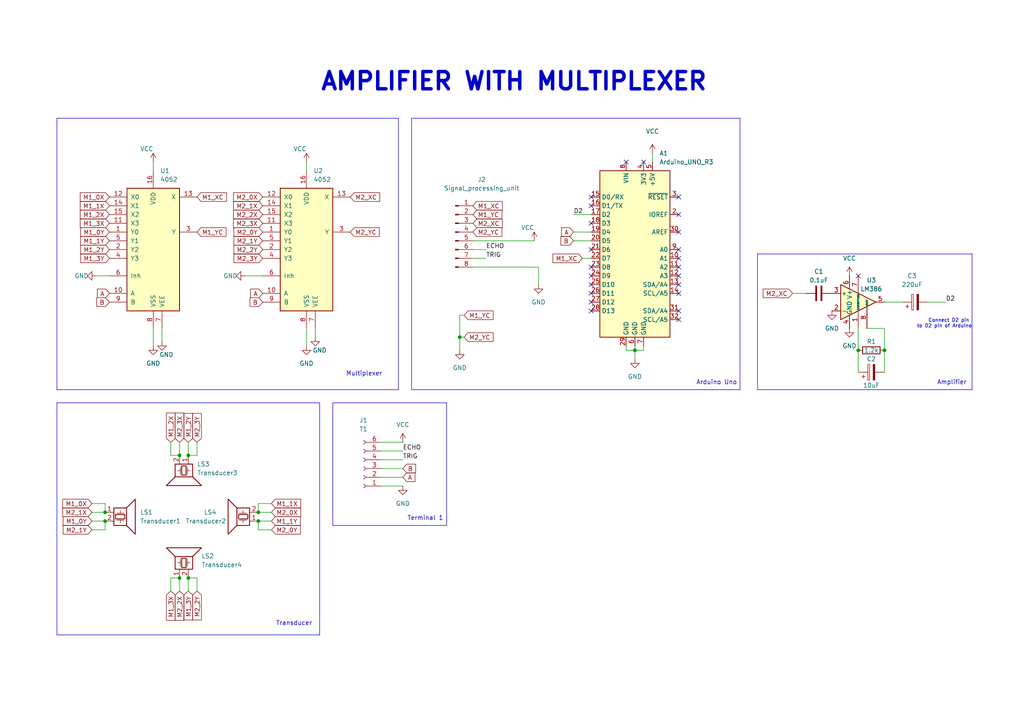
<source format=kicad_sch>
(kicad_sch (version 20230121) (generator eeschema)
  (paper "A4")
  (lib_symbols
    (symbol "4xxx:4052" (pin_names (offset 1.016))
      (property "Reference" "U" (at -7.62 19.05 0))
      (property "Value" "4052" (at -7.62 -19.05 0))
      (symbol "4052_1_0"
        (pin passive line (at -12.7 5.08 0) (length 5.08) (name "Y0") (number "1"))
        (pin input line (at -12.7 -12.7 0) (length 5.08) (name "A") (number "10"))
        (pin passive line (at -12.7 7.62 0) (length 5.08) (name "X3") (number "11"))
        (pin passive line (at -12.7 15.24 0) (length 5.08) (name "X0") (number "12"))
        (pin passive line (at 12.7 15.24 180) (length 5.08) (name "X") (number "13"))
        (pin passive line (at -12.7 12.7 0) (length 5.08) (name "X1") (number "14"))
        (pin passive line (at -12.7 10.16 0) (length 5.08) (name "X2") (number "15"))
        (pin power_in line (at 0 22.86 270) (length 5.08) (name "VDD") (number "16"))
        (pin passive line (at -12.7 0 0) (length 5.08) (name "Y2") (number "2"))
        (pin passive line (at 12.7 5.08 180) (length 5.08) (name "Y") (number "3"))
        (pin passive line (at -12.7 -2.54 0) (length 5.08) (name "Y3") (number "4"))
        (pin passive line (at -12.7 2.54 0) (length 5.08) (name "Y1") (number "5"))
        (pin input line (at -12.7 -7.62 0) (length 5.08) (name "Inh") (number "6"))
        (pin power_in line (at 2.54 -22.86 90) (length 5.08) (name "VEE") (number "7"))
        (pin power_in line (at 0 -22.86 90) (length 5.08) (name "VSS") (number "8"))
        (pin input line (at -12.7 -15.24 0) (length 5.08) (name "B") (number "9"))
      )
      (symbol "4052_1_1"
        (rectangle (start -7.62 17.78) (end 7.62 -17.78) (stroke (width 0.254)) (fill (type background)))
      )
    )
    (symbol "Amplifier_Audio:LM386" (pin_names (offset 0.127))
      (property "Reference" "U" (at 1.27 7.62 0))
      (property "Value" "LM386" (at 1.27 5.08 0))
      (symbol "LM386_0_1"
        (polyline (pts (xy 5.08 0) (xy -5.08 5.08) (xy -5.08 -5.08) (xy 5.08 0)) (stroke (width 0.254)) (fill (type background)))
      )
      (symbol "LM386_1_1"
        (pin input line (at 0 -7.62 90) (length 5.08) (name "GAIN") (number "1"))
        (pin input line (at -7.62 -2.54 0) (length 2.54) (name "-") (number "2"))
        (pin input line (at -7.62 2.54 0) (length 2.54) (name "+") (number "3"))
        (pin power_in line (at -2.54 -7.62 90) (length 3.81) (name "GND") (number "4"))
        (pin output line (at 7.62 0 180) (length 2.54) (name "~") (number "5"))
        (pin power_in line (at -2.54 7.62 270) (length 3.81) (name "V+") (number "6"))
        (pin input line (at 0 7.62 270) (length 5.08) (name "BYPASS") (number "7"))
        (pin input line (at 2.54 -7.62 90) (length 6.35) (name "GAIN") (number "8"))
      )
    )
    (symbol "Connector:Conn_01x06_Female" (pin_names (offset 1.016) hide)
      (property "Reference" "J" (at 0 7.62 0))
      (property "Value" "Conn_01x06_Female" (at 0 -10.16 0))
      (symbol "Conn_01x06_Female_1_1"
        (arc (start 0 -7.112) (mid -0.5058 -7.62) (end 0 -8.128) (stroke (width 0.1524)))
        (arc (start 0 -4.572) (mid -0.5058 -5.08) (end 0 -5.588) (stroke (width 0.1524)))
        (arc (start 0 -2.032) (mid -0.5058 -2.54) (end 0 -3.048) (stroke (width 0.1524)))
        (polyline (pts (xy -1.27 -7.62) (xy -0.508 -7.62)) (stroke (width 0.1524)))
        (polyline (pts (xy -1.27 -5.08) (xy -0.508 -5.08)) (stroke (width 0.1524)))
        (polyline (pts (xy -1.27 -2.54) (xy -0.508 -2.54)) (stroke (width 0.1524)))
        (polyline (pts (xy -1.27 0) (xy -0.508 0)) (stroke (width 0.1524)))
        (polyline (pts (xy -1.27 2.54) (xy -0.508 2.54)) (stroke (width 0.1524)))
        (polyline (pts (xy -1.27 5.08) (xy -0.508 5.08)) (stroke (width 0.1524)))
        (arc (start 0 0.508) (mid -0.5058 0) (end 0 -0.508) (stroke (width 0.1524)))
        (arc (start 0 3.048) (mid -0.5058 2.54) (end 0 2.032) (stroke (width 0.1524)))
        (arc (start 0 5.588) (mid -0.5058 5.08) (end 0 4.572) (stroke (width 0.1524)))
        (pin passive line (at -5.08 5.08 0) (length 3.81) (name "Pin_1") (number "1"))
        (pin passive line (at -5.08 2.54 0) (length 3.81) (name "Pin_2") (number "2"))
        (pin passive line (at -5.08 0 0) (length 3.81) (name "Pin_3") (number "3"))
        (pin passive line (at -5.08 -2.54 0) (length 3.81) (name "Pin_4") (number "4"))
        (pin passive line (at -5.08 -5.08 0) (length 3.81) (name "Pin_5") (number "5"))
        (pin passive line (at -5.08 -7.62 0) (length 3.81) (name "Pin_6") (number "6"))
      )
    )
    (symbol "Connector:Conn_01x08_Male" (pin_names (offset 1.016) hide)
      (property "Reference" "J" (at 0 10.16 0))
      (property "Value" "Conn_01x08_Male" (at 0 -12.7 0))
      (symbol "Conn_01x08_Male_1_1"
        (polyline (pts (xy 1.27 -10.16) (xy 0.8636 -10.16)) (stroke (width 0.1524)))
        (polyline (pts (xy 1.27 -7.62) (xy 0.8636 -7.62)) (stroke (width 0.1524)))
        (polyline (pts (xy 1.27 -5.08) (xy 0.8636 -5.08)) (stroke (width 0.1524)))
        (polyline (pts (xy 1.27 -2.54) (xy 0.8636 -2.54)) (stroke (width 0.1524)))
        (polyline (pts (xy 1.27 0) (xy 0.8636 0)) (stroke (width 0.1524)))
        (polyline (pts (xy 1.27 2.54) (xy 0.8636 2.54)) (stroke (width 0.1524)))
        (polyline (pts (xy 1.27 5.08) (xy 0.8636 5.08)) (stroke (width 0.1524)))
        (polyline (pts (xy 1.27 7.62) (xy 0.8636 7.62)) (stroke (width 0.1524)))
        (rectangle (start 0.8636 -10.033) (end 0 -10.287) (stroke (width 0.1524)) (fill (type outline)))
        (rectangle (start 0.8636 -7.493) (end 0 -7.747) (stroke (width 0.1524)) (fill (type outline)))
        (rectangle (start 0.8636 -4.953) (end 0 -5.207) (stroke (width 0.1524)) (fill (type outline)))
        (rectangle (start 0.8636 -2.413) (end 0 -2.667) (stroke (width 0.1524)) (fill (type outline)))
        (rectangle (start 0.8636 0.127) (end 0 -0.127) (stroke (width 0.1524)) (fill (type outline)))
        (rectangle (start 0.8636 2.667) (end 0 2.413) (stroke (width 0.1524)) (fill (type outline)))
        (rectangle (start 0.8636 5.207) (end 0 4.953) (stroke (width 0.1524)) (fill (type outline)))
        (rectangle (start 0.8636 7.747) (end 0 7.493) (stroke (width 0.1524)) (fill (type outline)))
        (pin passive line (at 5.08 7.62 180) (length 3.81) (name "Pin_1") (number "1"))
        (pin passive line (at 5.08 5.08 180) (length 3.81) (name "Pin_2") (number "2"))
        (pin passive line (at 5.08 2.54 180) (length 3.81) (name "Pin_3") (number "3"))
        (pin passive line (at 5.08 0 180) (length 3.81) (name "Pin_4") (number "4"))
        (pin passive line (at 5.08 -2.54 180) (length 3.81) (name "Pin_5") (number "5"))
        (pin passive line (at 5.08 -5.08 180) (length 3.81) (name "Pin_6") (number "6"))
        (pin passive line (at 5.08 -7.62 180) (length 3.81) (name "Pin_7") (number "7"))
        (pin passive line (at 5.08 -10.16 180) (length 3.81) (name "Pin_8") (number "8"))
      )
    )
    (symbol "Device:C" (pin_numbers hide) (pin_names (offset 0.254))
      (property "Reference" "C" (at 0.635 2.54 0))
      (property "Value" "C" (at 0.635 -2.54 0))
      (symbol "C_0_1"
        (polyline (pts (xy -2.032 -0.762) (xy 2.032 -0.762)) (stroke (width 0.508)))
        (polyline (pts (xy -2.032 0.762) (xy 2.032 0.762)) (stroke (width 0.508)))
      )
      (symbol "C_1_1"
        (pin passive line (at 0 3.81 270) (length 2.794) (name "~") (number "1"))
        (pin passive line (at 0 -3.81 90) (length 2.794) (name "~") (number "2"))
      )
    )
    (symbol "Device:C_Polarized" (pin_numbers hide) (pin_names (offset 0.254))
      (property "Reference" "C" (at 0.635 2.54 0))
      (property "Value" "C_Polarized" (at 0.635 -2.54 0))
      (symbol "C_Polarized_0_1"
        (rectangle (start -2.286 0.508) (end 2.286 1.016))
        (polyline (pts (xy -1.778 2.286) (xy -0.762 2.286)))
        (polyline (pts (xy -1.27 2.794) (xy -1.27 1.778)))
        (rectangle (start 2.286 -0.508) (end -2.286 -1.016) (fill (type outline)))
      )
      (symbol "C_Polarized_1_1"
        (pin passive line (at 0 3.81 270) (length 2.794) (name "~") (number "1"))
        (pin passive line (at 0 -3.81 90) (length 2.794) (name "~") (number "2"))
      )
    )
    (symbol "Device:R" (pin_numbers hide) (pin_names (offset 0))
      (property "Reference" "R" (at 2.032 0 90))
      (property "Value" "R" (at 0 0 90))
      (symbol "R_0_1"
        (rectangle (start -1.016 -2.54) (end 1.016 2.54) (stroke (width 0.254)))
      )
      (symbol "R_1_1"
        (pin passive line (at 0 3.81 270) (length 1.27) (name "~") (number "1"))
        (pin passive line (at 0 -3.81 90) (length 1.27) (name "~") (number "2"))
      )
    )
    (symbol "Device:Speaker_Ultrasound" (pin_names (offset 0) hide)
      (property "Reference" "LS" (at 0.635 5.715 0))
      (property "Value" "Speaker_Ultrasound" (at 0.635 3.81 0))
      (symbol "Speaker_Ultrasound_0_0"
        (rectangle (start -2.54 1.27) (end 1.143 -3.81) (stroke (width 0.254)))
        (rectangle (start -2.032 -0.635) (end 0.635 -1.905) (stroke (width 0.254)))
        (polyline (pts (xy -1.651 -2.286) (xy 0.381 -2.286)))
        (polyline (pts (xy -1.651 -0.254) (xy 0.381 -0.254)))
        (polyline (pts (xy -0.635 -2.286) (xy -0.635 -3.048)))
        (polyline (pts (xy -0.635 -0.254) (xy -0.635 0.508)))
        (polyline (pts (xy 1.143 1.27) (xy 3.683 3.81) (xy 3.683 -6.35) (xy 1.143 -3.81)) (stroke (width 0.254)))
      )
      (symbol "Speaker_Ultrasound_1_1"
        (pin input line (at -5.08 0 0) (length 2.54) (name "1") (number "1"))
        (pin input line (at -5.08 -2.54 0) (length 2.54) (name "2") (number "2"))
      )
    )
    (symbol "MCU_Module:Arduino_UNO_R3"
      (property "Reference" "A" (at -10.16 23.495 0))
      (property "Value" "Arduino_UNO_R3" (at 5.08 -26.67 0))
      (symbol "Arduino_UNO_R3_0_1"
        (rectangle (start -10.16 22.86) (end 10.16 -25.4) (stroke (width 0.254)) (fill (type background)))
      )
      (symbol "Arduino_UNO_R3_1_1"
        (pin no_connect line (at -10.16 -20.32 0) (length 2.54) hide (name "NC") (number "1"))
        (pin bidirectional line (at 12.7 -2.54 180) (length 2.54) (name "A1") (number "10"))
        (pin bidirectional line (at 12.7 -5.08 180) (length 2.54) (name "A2") (number "11"))
        (pin bidirectional line (at 12.7 -7.62 180) (length 2.54) (name "A3") (number "12"))
        (pin bidirectional line (at 12.7 -10.16 180) (length 2.54) (name "SDA/A4") (number "13"))
        (pin bidirectional line (at 12.7 -12.7 180) (length 2.54) (name "SCL/A5") (number "14"))
        (pin bidirectional line (at -12.7 15.24 0) (length 2.54) (name "D0/RX") (number "15"))
        (pin bidirectional line (at -12.7 12.7 0) (length 2.54) (name "D1/TX") (number "16"))
        (pin bidirectional line (at -12.7 10.16 0) (length 2.54) (name "D2") (number "17"))
        (pin bidirectional line (at -12.7 7.62 0) (length 2.54) (name "D3") (number "18"))
        (pin bidirectional line (at -12.7 5.08 0) (length 2.54) (name "D4") (number "19"))
        (pin output line (at 12.7 10.16 180) (length 2.54) (name "IOREF") (number "2"))
        (pin bidirectional line (at -12.7 2.54 0) (length 2.54) (name "D5") (number "20"))
        (pin bidirectional line (at -12.7 0 0) (length 2.54) (name "D6") (number "21"))
        (pin bidirectional line (at -12.7 -2.54 0) (length 2.54) (name "D7") (number "22"))
        (pin bidirectional line (at -12.7 -5.08 0) (length 2.54) (name "D8") (number "23"))
        (pin bidirectional line (at -12.7 -7.62 0) (length 2.54) (name "D9") (number "24"))
        (pin bidirectional line (at -12.7 -10.16 0) (length 2.54) (name "D10") (number "25"))
        (pin bidirectional line (at -12.7 -12.7 0) (length 2.54) (name "D11") (number "26"))
        (pin bidirectional line (at -12.7 -15.24 0) (length 2.54) (name "D12") (number "27"))
        (pin bidirectional line (at -12.7 -17.78 0) (length 2.54) (name "D13") (number "28"))
        (pin power_in line (at -2.54 -27.94 90) (length 2.54) (name "GND") (number "29"))
        (pin input line (at 12.7 15.24 180) (length 2.54) (name "~{RESET}") (number "3"))
        (pin input line (at 12.7 5.08 180) (length 2.54) (name "AREF") (number "30"))
        (pin bidirectional line (at 12.7 -17.78 180) (length 2.54) (name "SDA/A4") (number "31"))
        (pin bidirectional line (at 12.7 -20.32 180) (length 2.54) (name "SCL/A5") (number "32"))
        (pin power_out line (at 2.54 25.4 270) (length 2.54) (name "3V3") (number "4"))
        (pin power_out line (at 5.08 25.4 270) (length 2.54) (name "+5V") (number "5"))
        (pin power_in line (at 0 -27.94 90) (length 2.54) (name "GND") (number "6"))
        (pin power_in line (at 2.54 -27.94 90) (length 2.54) (name "GND") (number "7"))
        (pin power_in line (at -2.54 25.4 270) (length 2.54) (name "VIN") (number "8"))
        (pin bidirectional line (at 12.7 0 180) (length 2.54) (name "A0") (number "9"))
      )
    )
    (symbol "power:GND" (power) (pin_names (offset 0))
      (property "Value" "GND" (at 0 -3.81 0))
      (symbol "GND_0_1"
        (polyline (pts (xy 0 0) (xy 0 -1.27) (xy 1.27 -1.27) (xy 0 -2.54) (xy -1.27 -1.27) (xy 0 -1.27)))
      )
      (symbol "GND_1_1"
        (pin power_in line (at 0 0 270) (length 0) hide (name "GND") (number "1"))
      )
    )
    (symbol "power:VCC" (power) (pin_names (offset 0))
      (property "Value" "VCC" (at 0 3.81 0))
      (symbol "VCC_0_1"
        (polyline (pts (xy -0.762 1.27) (xy 0 2.54)))
        (polyline (pts (xy 0 0) (xy 0 2.54)))
        (polyline (pts (xy 0 2.54) (xy 0.762 1.27)))
      )
      (symbol "VCC_1_1"
        (pin power_in line (at 0 0 90) (length 0) hide (name "VCC") (number "1"))
      )
    )
  )
  (junction (at 133.35 97.79))
  (junction (at 184.15 101.6))
  (junction (at 52.07 132.08))
  (junction (at 54.61 132.08))
  (junction (at 256.54 101.6))
  (junction (at 30.48 151.13))
  (junction (at 74.93 151.13))
  (junction (at 52.07 167.64))
  (junction (at 30.48 148.59))
  (junction (at 54.61 167.64))
  (junction (at 74.93 148.59))
  (junction (at 248.92 101.6))
  (no_connect (at 181.61 46.99))
  (no_connect (at 171.45 72.39))
  (no_connect (at 196.85 92.71))
  (no_connect (at 196.85 82.55))
  (no_connect (at 196.85 80.01))
  (no_connect (at 171.45 85.09))
  (no_connect (at 196.85 74.93))
  (no_connect (at 171.45 80.01))
  (no_connect (at 171.45 64.77))
  (no_connect (at 196.85 72.39))
  (no_connect (at 171.45 87.63))
  (no_connect (at 171.45 82.55))
  (no_connect (at 196.85 62.23))
  (no_connect (at 186.69 46.99))
  (no_connect (at 196.85 57.15))
  (no_connect (at 196.85 67.31))
  (no_connect (at 171.45 59.69))
  (no_connect (at 196.85 85.09))
  (no_connect (at 196.85 77.47))
  (no_connect (at 196.85 90.17))
  (no_connect (at 248.92 80.01))
  (no_connect (at 171.45 90.17))
  (no_connect (at 171.45 57.15))
  (no_connect (at 171.45 77.47))
  (wire (pts (xy 57.15 171.45) (xy 57.15 167.64)))
  (wire (pts (xy 74.93 148.59) (xy 78.74 148.59)))
  (wire (pts (xy 256.54 101.6) (xy 256.54 107.95)))
  (polyline (pts (xy 115.57 113.03) (xy 115.57 34.29)))
  (wire (pts (xy 133.35 97.79) (xy 133.35 101.6)))
  (wire (pts (xy 26.67 148.59) (xy 30.48 148.59)))
  (wire (pts (xy 27.94 80.01) (xy 31.75 80.01)))
  (wire (pts (xy 49.53 171.45) (xy 49.53 167.64)))
  (wire (pts (xy 184.15 101.6) (xy 184.15 104.14)))
  (wire (pts (xy 49.53 167.64) (xy 52.07 167.64)))
  (polyline (pts (xy 96.52 116.84) (xy 96.52 152.4)))
  (wire (pts (xy 110.49 138.43) (xy 116.84 138.43)))
  (wire (pts (xy 78.74 151.13) (xy 74.93 151.13)))
  (wire (pts (xy 88.9 95.25) (xy 88.9 100.33)))
  (wire (pts (xy 57.15 132.08) (xy 54.61 132.08)))
  (polyline (pts (xy 92.71 184.15) (xy 16.51 184.15)))
  (polyline (pts (xy 16.51 116.84) (xy 16.51 184.15)))
  (wire (pts (xy 30.48 146.05) (xy 30.48 148.59)))
  (wire (pts (xy 184.15 100.33) (xy 184.15 101.6)))
  (polyline (pts (xy 119.38 34.29) (xy 123.19 34.29)))
  (polyline (pts (xy 129.54 116.84) (xy 129.54 152.4)))
  (wire (pts (xy 44.45 46.99) (xy 44.45 49.53)))
  (wire (pts (xy 88.9 46.99) (xy 88.9 49.53)))
  (wire (pts (xy 78.74 146.05) (xy 74.93 146.05)))
  (wire (pts (xy 116.84 130.81) (xy 110.49 130.81)))
  (wire (pts (xy 26.67 151.13) (xy 30.48 151.13)))
  (wire (pts (xy 137.16 77.47) (xy 156.21 77.47)))
  (wire (pts (xy 91.44 97.79) (xy 91.44 95.25)))
  (wire (pts (xy 110.49 135.89) (xy 116.84 135.89)))
  (wire (pts (xy 137.16 74.93) (xy 140.97 74.93)))
  (polyline (pts (xy 16.51 113.03) (xy 115.57 113.03)))
  (polyline (pts (xy 16.51 35.56) (xy 16.51 113.03)))
  (polyline (pts (xy 219.71 73.66) (xy 219.71 113.03)))
  (polyline (pts (xy 115.57 34.29) (xy 16.51 34.29)))
  (wire (pts (xy 186.69 101.6) (xy 186.69 100.33)))
  (wire (pts (xy 140.97 72.39) (xy 137.16 72.39)))
  (wire (pts (xy 229.87 85.09) (xy 233.68 85.09)))
  (wire (pts (xy 110.49 128.27) (xy 116.84 128.27)))
  (polyline (pts (xy 219.71 73.66) (xy 281.94 73.66)))
  (wire (pts (xy 54.61 167.64) (xy 54.61 171.45)))
  (polyline (pts (xy 96.52 116.84) (xy 129.54 116.84)))
  (wire (pts (xy 49.53 132.08) (xy 52.07 132.08)))
  (wire (pts (xy 181.61 101.6) (xy 184.15 101.6)))
  (wire (pts (xy 171.45 69.85) (xy 166.37 69.85)))
  (wire (pts (xy 57.15 128.27) (xy 57.15 132.08)))
  (wire (pts (xy 26.67 146.05) (xy 30.48 146.05)))
  (wire (pts (xy 71.12 80.01) (xy 76.2 80.01)))
  (wire (pts (xy 78.74 153.67) (xy 74.93 153.67)))
  (wire (pts (xy 74.93 146.05) (xy 74.93 148.59)))
  (polyline (pts (xy 16.51 116.84) (xy 92.71 116.84)))
  (wire (pts (xy 110.49 133.35) (xy 116.84 133.35)))
  (polyline (pts (xy 119.38 113.03) (xy 214.63 113.03)))
  (wire (pts (xy 171.45 67.31) (xy 166.37 67.31)))
  (wire (pts (xy 26.67 153.67) (xy 30.48 153.67)))
  (wire (pts (xy 134.62 91.44) (xy 133.35 91.44)))
  (polyline (pts (xy 129.54 152.4) (xy 96.52 152.4)))
  (wire (pts (xy 133.35 97.79) (xy 134.62 97.79)))
  (wire (pts (xy 166.37 62.23) (xy 171.45 62.23)))
  (polyline (pts (xy 119.38 113.03) (xy 119.38 34.29)))
  (wire (pts (xy 168.91 74.93) (xy 171.45 74.93)))
  (wire (pts (xy 52.07 171.45) (xy 52.07 167.64)))
  (wire (pts (xy 181.61 100.33) (xy 181.61 101.6)))
  (wire (pts (xy 248.92 95.25) (xy 248.92 101.6)))
  (wire (pts (xy 46.99 95.25) (xy 46.99 99.06)))
  (wire (pts (xy 156.21 77.47) (xy 156.21 82.55)))
  (wire (pts (xy 57.15 167.64) (xy 54.61 167.64)))
  (wire (pts (xy 54.61 128.27) (xy 54.61 132.08)))
  (wire (pts (xy 184.15 101.6) (xy 186.69 101.6)))
  (wire (pts (xy 110.49 140.97) (xy 116.84 140.97)))
  (wire (pts (xy 30.48 153.67) (xy 30.48 151.13)))
  (wire (pts (xy 189.23 44.45) (xy 189.23 46.99)))
  (wire (pts (xy 133.35 91.44) (xy 133.35 97.79)))
  (polyline (pts (xy 123.19 34.29) (xy 214.63 34.29)))
  (wire (pts (xy 256.54 95.25) (xy 256.54 101.6)))
  (wire (pts (xy 137.16 69.85) (xy 154.94 69.85)))
  (polyline (pts (xy 214.63 34.29) (xy 214.63 113.03)))
  (wire (pts (xy 274.32 87.63) (xy 269.24 87.63)))
  (wire (pts (xy 261.62 87.63) (xy 256.54 87.63)))
  (wire (pts (xy 49.53 128.27) (xy 49.53 132.08)))
  (wire (pts (xy 52.07 128.27) (xy 52.07 132.08)))
  (wire (pts (xy 74.93 153.67) (xy 74.93 151.13)))
  (polyline (pts (xy 281.94 73.66) (xy 281.94 113.03)))
  (polyline (pts (xy 281.94 113.03) (xy 219.71 113.03)))
  (polyline (pts (xy 92.71 116.84) (xy 92.71 184.15)))
  (wire (pts (xy 248.92 101.6) (xy 248.92 107.95)))
  (polyline (pts (xy 16.51 34.29) (xy 16.51 35.56)))
  (wire (pts (xy 44.45 95.25) (xy 44.45 100.33)))
  (wire (pts (xy 251.46 95.25) (xy 256.54 95.25)))
  (text "Amplifier" (at 271.78 111.76 0) (effects (font (size 1.27 1.27)) (justify left bottom)))
  (text "Terminal 1\n" (at 118.11 151.13 0) (effects (font (size 1.27 1.27)) (justify left bottom)))
  (text "AMPLIFIER WITH MULTIPLEXER" (at 92.71 26.67 0) (effects (font (size 5 5) (thickness 1) bold) (justify left bottom)))
  (text "Arduino Uno " (at 201.93 111.76 0) (effects (font (size 1.27 1.27)) (justify left bottom)))
  (text "Multiplexer\n" (at 100.33 109.22 0) (effects (font (size 1.27 1.27)) (justify left bottom)))
  (text "Connect D2 pin \nto D2 pin of Arduino\n" (at 281.94 95.25 0) (effects (font (size 1 1)) (justify right bottom)))
  (text "Transducer" (at 80.01 181.61 0) (effects (font (size 1.27 1.27)) (justify left bottom)))
  (label "TRIG" (at 116.84 133.35 0))
  (label "D2" (at 274.32 87.63 0))
  (label "ECHO" (at 140.97 72.39 0))
  (label "TRIG" (at 140.97 74.93 0))
  (label "ECHO" (at 116.84 130.81 0))
  (label "D2" (at 166.37 62.23 0))
  (global_label "M1_3X" (shape input) (at 31.75 64.77 180) (property "Intersheetrefs" "${INTERSHEET_REFS}" (effects hide)))
  (global_label "M2_YC" (shape input) (at 101.6 67.31 0) (property "Intersheetrefs" "${INTERSHEET_REFS}" (effects hide)))
  (global_label "M2_1Y" (shape input) (at 26.67 153.67 180) (property "Intersheetrefs" "${INTERSHEET_REFS}" (effects hide)))
  (global_label "M1_0X" (shape input) (at 26.67 146.05 180) (property "Intersheetrefs" "${INTERSHEET_REFS}" (effects hide)))
  (global_label "A" (shape input) (at 116.84 138.43 0) (property "Intersheetrefs" "${INTERSHEET_REFS}" (effects hide)))
  (global_label "M2_0Y" (shape input) (at 78.74 153.67 0) (property "Intersheetrefs" "${INTERSHEET_REFS}" (effects hide)))
  (global_label "B" (shape input) (at 116.84 135.89 0) (property "Intersheetrefs" "${INTERSHEET_REFS}" (effects hide)))
  (global_label "M2_0X" (shape input) (at 76.2 57.15 180) (property "Intersheetrefs" "${INTERSHEET_REFS}" (effects hide)))
  (global_label "M1_XC" (shape input) (at 137.16 59.69 0) (property "Intersheetrefs" "${INTERSHEET_REFS}" (effects hide)))
  (global_label "M1_1Y" (shape input) (at 78.74 151.13 0) (property "Intersheetrefs" "${INTERSHEET_REFS}" (effects hide)))
  (global_label "M1_XC" (shape input) (at 57.15 57.15 0) (property "Intersheetrefs" "${INTERSHEET_REFS}" (effects hide)))
  (global_label "M1_3X" (shape input) (at 49.53 171.45 270) (property "Intersheetrefs" "${INTERSHEET_REFS}" (effects hide)))
  (global_label "M1_XC" (shape input) (at 168.91 74.93 180) (property "Intersheetrefs" "${INTERSHEET_REFS}" (effects hide)))
  (global_label "M2_2Y" (shape input) (at 76.2 72.39 180) (property "Intersheetrefs" "${INTERSHEET_REFS}" (effects hide)))
  (global_label "M1_3Y" (shape input) (at 31.75 74.93 180) (property "Intersheetrefs" "${INTERSHEET_REFS}" (effects hide)))
  (global_label "M1_1X" (shape input) (at 31.75 59.69 180) (property "Intersheetrefs" "${INTERSHEET_REFS}" (effects hide)))
  (global_label "M2_2Y" (shape input) (at 57.15 171.45 270) (property "Intersheetrefs" "${INTERSHEET_REFS}" (effects hide)))
  (global_label "B" (shape input) (at 166.37 69.85 180) (property "Intersheetrefs" "${INTERSHEET_REFS}" (effects hide)))
  (global_label "M2_1X" (shape input) (at 26.67 148.59 180) (property "Intersheetrefs" "${INTERSHEET_REFS}" (effects hide)))
  (global_label "M2_3Y" (shape input) (at 76.2 74.93 180) (property "Intersheetrefs" "${INTERSHEET_REFS}" (effects hide)))
  (global_label "M1_1X" (shape input) (at 78.74 146.05 0) (property "Intersheetrefs" "${INTERSHEET_REFS}" (effects hide)))
  (global_label "M2_3Y" (shape input) (at 57.15 128.27 90) (property "Intersheetrefs" "${INTERSHEET_REFS}" (effects hide)))
  (global_label "M2_3X" (shape input) (at 52.07 128.27 90) (property "Intersheetrefs" "${INTERSHEET_REFS}" (effects hide)))
  (global_label "M1_1Y" (shape input) (at 31.75 69.85 180) (property "Intersheetrefs" "${INTERSHEET_REFS}" (effects hide)))
  (global_label "M1_YC" (shape input) (at 57.15 67.31 0) (property "Intersheetrefs" "${INTERSHEET_REFS}" (effects hide)))
  (global_label "M2_0X" (shape input) (at 78.74 148.59 0) (property "Intersheetrefs" "${INTERSHEET_REFS}" (effects hide)))
  (global_label "M2_YC" (shape input) (at 137.16 67.31 0) (property "Intersheetrefs" "${INTERSHEET_REFS}" (effects hide)))
  (global_label "M2_XC" (shape input) (at 101.6 57.15 0) (property "Intersheetrefs" "${INTERSHEET_REFS}" (effects hide)))
  (global_label "M2_YC" (shape input) (at 134.62 97.79 0) (property "Intersheetrefs" "${INTERSHEET_REFS}" (effects hide)))
  (global_label "M2_2X" (shape input) (at 52.07 171.45 270) (property "Intersheetrefs" "${INTERSHEET_REFS}" (effects hide)))
  (global_label "M2_1X" (shape input) (at 76.2 59.69 180) (property "Intersheetrefs" "${INTERSHEET_REFS}" (effects hide)))
  (global_label "M1_0Y" (shape input) (at 26.67 151.13 180) (property "Intersheetrefs" "${INTERSHEET_REFS}" (effects hide)))
  (global_label "M2_3X" (shape input) (at 76.2 64.77 180) (property "Intersheetrefs" "${INTERSHEET_REFS}" (effects hide)))
  (global_label "M2_2X" (shape input) (at 76.2 62.23 180) (property "Intersheetrefs" "${INTERSHEET_REFS}" (effects hide)))
  (global_label "M1_YC" (shape input) (at 134.62 91.44 0) (property "Intersheetrefs" "${INTERSHEET_REFS}" (effects hide)))
  (global_label "M2_XC" (shape input) (at 229.87 85.09 180) (property "Intersheetrefs" "${INTERSHEET_REFS}" (effects hide)))
  (global_label "A" (shape input) (at 76.2 85.09 180) (property "Intersheetrefs" "${INTERSHEET_REFS}" (effects hide)))
  (global_label "M1_YC" (shape input) (at 137.16 62.23 0) (property "Intersheetrefs" "${INTERSHEET_REFS}" (effects hide)))
  (global_label "M2_1Y" (shape input) (at 76.2 69.85 180) (property "Intersheetrefs" "${INTERSHEET_REFS}" (effects hide)))
  (global_label "A" (shape input) (at 31.75 85.09 180) (property "Intersheetrefs" "${INTERSHEET_REFS}" (effects hide)))
  (global_label "M1_3Y" (shape input) (at 54.61 171.45 270) (property "Intersheetrefs" "${INTERSHEET_REFS}" (effects hide)))
  (global_label "M2_XC" (shape input) (at 137.16 64.77 0) (property "Intersheetrefs" "${INTERSHEET_REFS}" (effects hide)))
  (global_label "M2_0Y" (shape input) (at 76.2 67.31 180) (property "Intersheetrefs" "${INTERSHEET_REFS}" (effects hide)))
  (global_label "M1_2X" (shape input) (at 31.75 62.23 180) (property "Intersheetrefs" "${INTERSHEET_REFS}" (effects hide)))
  (global_label "M1_2X" (shape input) (at 49.53 128.27 90) (property "Intersheetrefs" "${INTERSHEET_REFS}" (effects hide)))
  (global_label "B" (shape input) (at 76.2 87.63 180) (property "Intersheetrefs" "${INTERSHEET_REFS}" (effects hide)))
  (global_label "M1_2Y" (shape input) (at 54.61 128.27 90) (property "Intersheetrefs" "${INTERSHEET_REFS}" (effects hide)))
  (global_label "M1_2Y" (shape input) (at 31.75 72.39 180) (property "Intersheetrefs" "${INTERSHEET_REFS}" (effects hide)))
  (global_label "A" (shape input) (at 166.37 67.31 180) (property "Intersheetrefs" "${INTERSHEET_REFS}" (effects hide)))
  (global_label "B" (shape input) (at 31.75 87.63 180) (property "Intersheetrefs" "${INTERSHEET_REFS}" (effects hide)))
  (global_label "M1_0Y" (shape input) (at 31.75 67.31 180) (property "Intersheetrefs" "${INTERSHEET_REFS}" (effects hide)))
  (global_label "M1_0X" (shape input) (at 31.75 57.15 180) (property "Intersheetrefs" "${INTERSHEET_REFS}" (effects hide)))
  (symbol (lib_id "Device:R") (at 252.73 101.6 90) (unit 1)
    (property "Reference" "R1" (at 252.73 99.06 90))
    (property "Value" "1.2k" (at 252.73 101.6 90))
    (property "Footprint" "Resistor_THT:R_Axial_DIN0309_L9.0mm_D3.2mm_P12.70mm_Horizontal" (effects hide))
  )
  (symbol (lib_id "power:GND") (at 116.84 140.97 0) (unit 1)
    (property "Reference" "#PWR010" (effects hide))
    (property "Value" "GND" (at 116.84 146.05 0))
  )
  (symbol (lib_id "power:GND") (at 46.99 99.06 0) (unit 1)
    (property "Reference" "#PWR04" (effects hide))
    (property "Value" "GND" (at 48.26 102.87 0))
  )
  (symbol (lib_id "power:VCC") (at 88.9 46.99 0) (unit 1)
    (property "Reference" "#PWR06" (effects hide))
    (property "Value" "VCC" (at 85.09 43.18 0) (effects (justify left)))
  )
  (symbol (lib_id "Device:C_Polarized") (at 265.43 87.63 90) (unit 1)
    (property "Reference" "C3" (at 264.541 80.01 90))
    (property "Value" "220uF" (at 264.541 82.55 90))
    (property "Footprint" "Capacitor_THT:CP_Radial_D5.0mm_P2.50mm" (effects hide))
  )
  (symbol (lib_id "power:GND") (at 246.38 95.25 0) (unit 1)
    (property "Reference" "#PWR018" (effects hide))
    (property "Value" "GND" (at 246.38 100.33 0))
  )
  (symbol (lib_id "power:VCC") (at 154.94 69.85 0) (unit 1)
    (property "Reference" "#PWR011" (effects hide))
    (property "Value" "VCC" (at 151.13 66.04 0) (effects (justify left)))
  )
  (symbol (lib_id "power:GND") (at 71.12 80.01 270) (unit 1)
    (property "Reference" "#PWR05" (effects hide))
    (property "Value" "GND" (at 64.77 80.01 90) (effects (justify left)))
  )
  (symbol (lib_id "Device:Speaker_Ultrasound") (at 52.07 162.56 90) (unit 1)
    (property "Reference" "LS2" (at 58.42 161.29 90) (effects (justify right)))
    (property "Value" "Transducer4" (at 58.42 163.83 90) (effects (justify right)))
  )
  (symbol (lib_id "power:GND") (at 241.3 90.17 0) (unit 1)
    (property "Reference" "#PWR016" (effects hide))
    (property "Value" "GND" (at 241.3 95.25 0))
  )
  (symbol (lib_id "Connector:Conn_01x08_Male") (at 132.08 67.31 0) (unit 1)
    (property "Reference" "J2" (at 139.7 52.07 0))
    (property "Value" "Signal_processing_unit" (at 139.7 54.61 0))
  )
  (symbol (lib_id "MCU_Module:Arduino_UNO_R3") (at 184.15 72.39 0) (unit 1)
    (property "Reference" "A1" (at 191.2494 44.45 0) (effects (justify left)))
    (property "Value" "Arduino_UNO_R3" (at 191.2494 46.99 0) (effects (justify left)))
    (property "Footprint" "Module:Arduino_UNO_R3" (effects hide))
    (property "Datasheet" "https://www.arduino.cc/en/Main/arduinoBoardUno" (effects hide))
  )
  (symbol (lib_id "power:VCC") (at 44.45 46.99 0) (unit 1)
    (property "Reference" "#PWR02" (effects hide))
    (property "Value" "VCC" (at 40.64 43.18 0) (effects (justify left)))
  )
  (symbol (lib_id "power:GND") (at 27.94 80.01 270) (unit 1)
    (property "Reference" "#PWR01" (effects hide))
    (property "Value" "GND" (at 21.59 80.01 90) (effects (justify left)))
  )
  (symbol (lib_id "Device:Speaker_Ultrasound") (at 35.56 148.59 0) (unit 1)
    (property "Reference" "LS1" (at 40.64 148.5899 0) (effects (justify left)))
    (property "Value" "Transducer1" (at 40.64 151.1299 0) (effects (justify left)))
  )
  (symbol (lib_id "power:VCC") (at 189.23 44.45 0) (unit 1)
    (property "Reference" "#PWR014" (effects hide))
    (property "Value" "VCC" (at 189.23 38.1 0))
  )
  (symbol (lib_id "Amplifier_Audio:LM386") (at 248.92 87.63 0) (unit 1)
    (property "Reference" "U3" (at 252.73 81.28 0))
    (property "Value" "LM386" (at 252.73 83.82 0))
    (property "Footprint" "Package_DIP:DIP-8_W7.62mm" (effects hide))
    (property "Datasheet" "http://www.ti.com/lit/ds/symlink/lm386.pdf" (effects hide))
  )
  (symbol (lib_id "Device:C") (at 237.49 85.09 90) (unit 1)
    (property "Reference" "C1" (at 237.49 78.74 90))
    (property "Value" "0.1uF" (at 237.49 81.28 90))
    (property "Footprint" "Capacitor_THT:C_Disc_D3.8mm_W2.6mm_P2.50mm" (effects hide))
  )
  (symbol (lib_id "Connector:Conn_01x06_Female") (at 105.41 135.89 180) (unit 1)
    (property "Reference" "J1" (at 105.41 121.92 0))
    (property "Value" "T1" (at 105.41 124.46 0))
  )
  (symbol (lib_id "power:GND") (at 133.35 101.6 0) (unit 1)
    (property "Reference" "#PWR015" (effects hide))
    (property "Value" "GND" (at 133.35 106.68 0))
  )
  (symbol (lib_id "Device:Speaker_Ultrasound") (at 54.61 137.16 270) (unit 1)
    (property "Reference" "LS3" (at 57.15 134.62 90) (effects (justify left)))
    (property "Value" "Transducer3" (at 57.15 137.16 90) (effects (justify left)))
  )
  (symbol (lib_id "4xxx:4052") (at 44.45 72.39 0) (unit 1)
    (property "Reference" "U1" (at 46.4694 49.53 0) (effects (justify left)))
    (property "Value" "4052" (at 46.4694 52.07 0) (effects (justify left)))
    (property "Datasheet" "http://www.intersil.com/content/dam/Intersil/documents/cd40/cd4051bms-52bms-53bms.pdf" (effects hide))
  )
  (symbol (lib_id "power:GND") (at 44.45 100.33 0) (unit 1)
    (property "Reference" "#PWR03" (effects hide))
    (property "Value" "GND" (at 44.45 105.41 0))
  )
  (symbol (lib_id "power:GND") (at 88.9 100.33 0) (unit 1)
    (property "Reference" "#PWR07" (effects hide))
    (property "Value" "GND" (at 88.9 105.41 0))
  )
  (symbol (lib_id "power:GND") (at 156.21 82.55 0) (unit 1)
    (property "Reference" "#PWR012" (effects hide))
    (property "Value" "GND" (at 156.21 87.63 0))
  )
  (symbol (lib_id "power:VCC") (at 116.84 128.27 0) (unit 1)
    (property "Reference" "#PWR09" (effects hide))
    (property "Value" "VCC" (at 116.84 123.19 0))
  )
  (symbol (lib_id "4xxx:4052") (at 88.9 72.39 0) (unit 1)
    (property "Reference" "U2" (at 90.9194 49.53 0) (effects (justify left)))
    (property "Value" "4052" (at 90.9194 52.07 0) (effects (justify left)))
    (property "Datasheet" "http://www.intersil.com/content/dam/Intersil/documents/cd40/cd4051bms-52bms-53bms.pdf" (effects hide))
  )
  (symbol (lib_id "power:GND") (at 91.44 97.79 0) (unit 1)
    (property "Reference" "#PWR08" (effects hide))
    (property "Value" "GND" (at 92.71 101.6 0))
  )
  (symbol (lib_id "power:VCC") (at 246.38 80.01 0) (unit 1)
    (property "Reference" "#PWR017" (effects hide))
    (property "Value" "VCC" (at 246.38 74.93 0))
  )
  (symbol (lib_id "Device:Speaker_Ultrasound") (at 69.85 151.13 180) (unit 1)
    (property "Reference" "LS4" (at 60.96 148.59 0))
    (property "Value" "Transducer2" (at 59.69 151.13 0))
  )
  (symbol (lib_id "power:GND") (at 184.15 104.14 0) (unit 1)
    (property "Reference" "#PWR013" (effects hide))
    (property "Value" "GND" (at 184.15 109.22 0))
  )
  (symbol (lib_id "Device:C_Polarized") (at 252.73 107.95 90) (unit 1)
    (property "Reference" "C2" (at 252.73 104.14 90))
    (property "Value" "10uF" (at 252.73 111.76 90))
    (property "Footprint" "Capacitor_THT:CP_Radial_D5.0mm_P2.50mm" (effects hide))
  )
)
</source>
